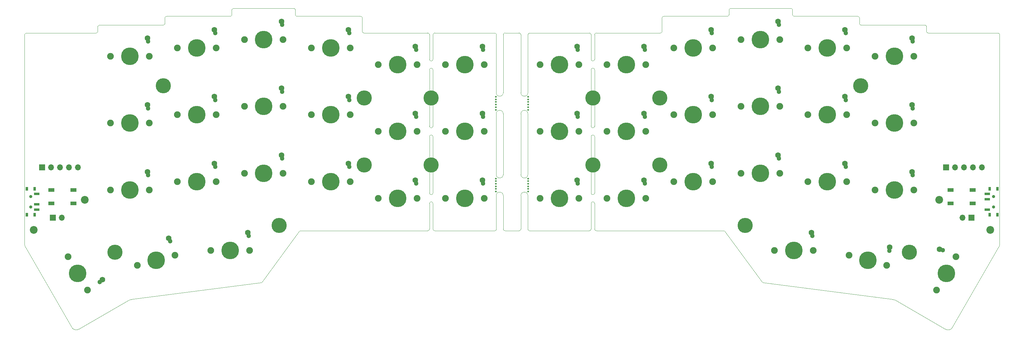
<source format=gts>
G04 #@! TF.GenerationSoftware,KiCad,Pcbnew,(6.99.0-1912-g359c99991b)*
G04 #@! TF.CreationDate,2023-07-01T16:50:16+07:00*
G04 #@! TF.ProjectId,corne_chocoflan,636f726e-655f-4636-986f-636f666c616e,2*
G04 #@! TF.SameCoordinates,Original*
G04 #@! TF.FileFunction,Soldermask,Top*
G04 #@! TF.FilePolarity,Negative*
%FSLAX46Y46*%
G04 Gerber Fmt 4.6, Leading zero omitted, Abs format (unit mm)*
G04 Created by KiCad (PCBNEW (6.99.0-1912-g359c99991b)) date 2023-07-01 16:50:16*
%MOMM*%
%LPD*%
G01*
G04 APERTURE LIST*
%ADD10C,2.200000*%
%ADD11C,4.300000*%
%ADD12R,1.700000X1.700000*%
%ADD13O,1.700000X1.700000*%
%ADD14R,1.700000X1.000000*%
%ADD15C,0.500000*%
%ADD16R,0.800000X1.000000*%
%ADD17C,0.900000*%
%ADD18R,1.500000X0.700000*%
%ADD19C,1.900000*%
%ADD20C,1.300000*%
%ADD21C,1.600000*%
%ADD22C,5.000000*%
G04 #@! TA.AperFunction,Profile*
%ADD23C,0.100000*%
G04 #@! TD*
%ADD24C,0.100000*%
%ADD25C,0.200000*%
G04 APERTURE END LIST*
D10*
X259432092Y-54485708D03*
D11*
X96332284Y-44511708D03*
X250893092Y-69366708D03*
X161170092Y-25511708D03*
X180170092Y-25511708D03*
D12*
X4994506Y-45249931D03*
D13*
X7534506Y-45249931D03*
X10074506Y-45249931D03*
X12614506Y-45249931D03*
X15154506Y-45249931D03*
D14*
X13901187Y-55499999D03*
X7601187Y-55499999D03*
X13901187Y-51699999D03*
X7601187Y-51699999D03*
D15*
X142801188Y-48400511D03*
X142801188Y-49140511D03*
X142801188Y-49880511D03*
X142801188Y-50620511D03*
X142801188Y-51360511D03*
X142801188Y-52100511D03*
D11*
X180170092Y-44511708D03*
X96332284Y-25511708D03*
D10*
X273864092Y-63006708D03*
D15*
X142801188Y-25150739D03*
X142801188Y-25890739D03*
X142801188Y-26630739D03*
X142801188Y-27370739D03*
X142801188Y-28110739D03*
X142801188Y-28850739D03*
D11*
X204327092Y-61752208D03*
D10*
X2638284Y-63006708D03*
D15*
X133701188Y-28850739D03*
X133701188Y-28110739D03*
X133701188Y-27370739D03*
X133701188Y-26630739D03*
X133701188Y-25890739D03*
X133701188Y-25150739D03*
D16*
X2831187Y-51349999D03*
X621187Y-51349999D03*
D17*
X1721188Y-53500000D03*
X1721188Y-56500000D03*
D16*
X2831187Y-58649999D03*
X621187Y-58649999D03*
D18*
X3481187Y-52749999D03*
X3481187Y-55749999D03*
X3481187Y-57249999D03*
D11*
X72175284Y-61752208D03*
D15*
X133701188Y-52100511D03*
X133701188Y-51360511D03*
X133701188Y-50620511D03*
X133701188Y-49880511D03*
X133701188Y-49140511D03*
X133701188Y-48400511D03*
D11*
X161170092Y-44511708D03*
X115332284Y-25511708D03*
X39364284Y-21997208D03*
D12*
X261347868Y-45249931D03*
D13*
X263887868Y-45249931D03*
X266427868Y-45249931D03*
X268967868Y-45249931D03*
X271507868Y-45249931D03*
D11*
X115332284Y-44511708D03*
X25609284Y-69366708D03*
D14*
X268901187Y-55499999D03*
X262601187Y-55499999D03*
X268901187Y-51699999D03*
X262601187Y-51699999D03*
D11*
X237138092Y-21997208D03*
D10*
X17070284Y-54485708D03*
D16*
X273671187Y-58649999D03*
X275881187Y-58649999D03*
D17*
X274781188Y-56500000D03*
X274781188Y-53500000D03*
D16*
X273671187Y-51349999D03*
X275881187Y-51349999D03*
D18*
X273021187Y-57249999D03*
X273021187Y-54249999D03*
X273021187Y-52749999D03*
D19*
X233168358Y-49259932D03*
D20*
X232888358Y-45059932D03*
D21*
X232668358Y-44109932D03*
D22*
X227668358Y-49259932D03*
D19*
X222168358Y-49259932D03*
X252168358Y-51634932D03*
D20*
X251888358Y-47434932D03*
D21*
X251668358Y-46484932D03*
D22*
X246668358Y-51634932D03*
D19*
X241168358Y-51634932D03*
X130334018Y-35009932D03*
D20*
X130054018Y-30809932D03*
D21*
X129834018Y-29859932D03*
D22*
X124834018Y-35009932D03*
D19*
X119334018Y-35009932D03*
X111334018Y-16009932D03*
D20*
X111054018Y-11809932D03*
D21*
X110834018Y-10859932D03*
D22*
X105834018Y-16009932D03*
D19*
X100334018Y-16009932D03*
X54334018Y-11259932D03*
D20*
X54054018Y-7059932D03*
D21*
X53834018Y-6109932D03*
D22*
X48834018Y-11259932D03*
D19*
X43334018Y-11259932D03*
X195168358Y-11259932D03*
D20*
X194888358Y-7059932D03*
D21*
X194668358Y-6109932D03*
D22*
X189668358Y-11259932D03*
D19*
X184168358Y-11259932D03*
X35334018Y-51634932D03*
D20*
X35054018Y-47434932D03*
D21*
X34834018Y-46484932D03*
D22*
X29834018Y-51634932D03*
D19*
X24334018Y-51634932D03*
X92334018Y-11259932D03*
D20*
X92054018Y-7059932D03*
D21*
X91834018Y-6109932D03*
D22*
X86834018Y-11259932D03*
D19*
X81334018Y-11259932D03*
X244480950Y-73058437D03*
D20*
X245297531Y-68929079D03*
D21*
X245330905Y-67954509D03*
D22*
X239168358Y-71634932D03*
D19*
X233855766Y-70211427D03*
X252168358Y-32634932D03*
D20*
X251888358Y-28434932D03*
D21*
X251668358Y-27484932D03*
D22*
X246668358Y-32634932D03*
D19*
X241168358Y-32634932D03*
X223668358Y-68884932D03*
D20*
X223388358Y-64684932D03*
D21*
X223168358Y-63734932D03*
D22*
X218168358Y-68884932D03*
D19*
X212668358Y-68884932D03*
X92334018Y-30259932D03*
D20*
X92054018Y-26059932D03*
D21*
X91834018Y-25109932D03*
D22*
X86834018Y-30259932D03*
D19*
X81334018Y-30259932D03*
X35334018Y-13634932D03*
D20*
X35054018Y-9434932D03*
D21*
X34834018Y-8484932D03*
D22*
X29834018Y-13634932D03*
D19*
X24334018Y-13634932D03*
X157168358Y-35009932D03*
D20*
X156888358Y-30809932D03*
D21*
X156668358Y-29859932D03*
D22*
X151668358Y-35009932D03*
D19*
X146168358Y-35009932D03*
X157168358Y-16009932D03*
D20*
X156888358Y-11809932D03*
D21*
X156668358Y-10859932D03*
D22*
X151668358Y-16009932D03*
D19*
X146168358Y-16009932D03*
X264168358Y-70621792D03*
D20*
X260391051Y-68764279D03*
D21*
X259458327Y-68479805D03*
D22*
X261418358Y-75384932D03*
D19*
X258668358Y-80148072D03*
X42646610Y-70211427D03*
D20*
X41289111Y-66227008D03*
D21*
X40830729Y-65366319D03*
D22*
X37334018Y-71634932D03*
D19*
X32021426Y-73058437D03*
X214168358Y-46884932D03*
D20*
X213888358Y-42684932D03*
D21*
X213668358Y-41734932D03*
D22*
X208668358Y-46884932D03*
D19*
X203168358Y-46884932D03*
X111334018Y-54009932D03*
D20*
X111054018Y-49809932D03*
D21*
X110834018Y-48859932D03*
D22*
X105834018Y-54009932D03*
D19*
X100334018Y-54009932D03*
D12*
X268516187Y-59499999D03*
D13*
X265976187Y-59499999D03*
D19*
X157168358Y-54009932D03*
D20*
X156888358Y-49809932D03*
D21*
X156668358Y-48859932D03*
D22*
X151668358Y-54009932D03*
D19*
X146168358Y-54009932D03*
X176168358Y-54009932D03*
D20*
X175888358Y-49809932D03*
D21*
X175668358Y-48859932D03*
D22*
X170668358Y-54009932D03*
D19*
X165168358Y-54009932D03*
X233168358Y-11259932D03*
D20*
X232888358Y-7059932D03*
D21*
X232668358Y-6109932D03*
D22*
X227668358Y-11259932D03*
D19*
X222168358Y-11259932D03*
X195168358Y-49259932D03*
D20*
X194888358Y-45059932D03*
D21*
X194668358Y-44109932D03*
D22*
X189668358Y-49259932D03*
D19*
X184168358Y-49259932D03*
X214168358Y-27884932D03*
D20*
X213888358Y-23684932D03*
D21*
X213668358Y-22734932D03*
D22*
X208668358Y-27884932D03*
D19*
X203168358Y-27884932D03*
X92334018Y-49259932D03*
D20*
X92054018Y-45059932D03*
D21*
X91834018Y-44109932D03*
D22*
X86834018Y-49259932D03*
D19*
X81334018Y-49259932D03*
X195168358Y-30259932D03*
D20*
X194888358Y-26059932D03*
D21*
X194668358Y-25109932D03*
D22*
X189668358Y-30259932D03*
D19*
X184168358Y-30259932D03*
X214168358Y-8884932D03*
D20*
X213888358Y-4684932D03*
D21*
X213668358Y-3734932D03*
D22*
X208668358Y-8884932D03*
D19*
X203168358Y-8884932D03*
X176168358Y-16009932D03*
D20*
X175888358Y-11809932D03*
D21*
X175668358Y-10859932D03*
D22*
X170668358Y-16009932D03*
D19*
X165168358Y-16009932D03*
X73334018Y-46884932D03*
D20*
X73054018Y-42684932D03*
D21*
X72834018Y-41734932D03*
D22*
X67834018Y-46884932D03*
D19*
X62334018Y-46884932D03*
X233168358Y-30259932D03*
D20*
X232888358Y-26059932D03*
D21*
X232668358Y-25109932D03*
D22*
X227668358Y-30259932D03*
D19*
X222168358Y-30259932D03*
X73334018Y-27884932D03*
D20*
X73054018Y-23684932D03*
D21*
X72834018Y-22734932D03*
D22*
X67834018Y-27884932D03*
D19*
X62334018Y-27884932D03*
X73334018Y-8884932D03*
D20*
X73054018Y-4684932D03*
D21*
X72834018Y-3734932D03*
D22*
X67834018Y-8884932D03*
D19*
X62334018Y-8884932D03*
X130334018Y-54009932D03*
D20*
X130054018Y-49809932D03*
D21*
X129834018Y-48859932D03*
D22*
X124834018Y-54009932D03*
D19*
X119334018Y-54009932D03*
D12*
X7986187Y-59499999D03*
D13*
X10526187Y-59499999D03*
D19*
X176168358Y-35009932D03*
D20*
X175888358Y-30809932D03*
D21*
X175668358Y-29859932D03*
D22*
X170668358Y-35009932D03*
D19*
X165168358Y-35009932D03*
X35334018Y-32634932D03*
D20*
X35054018Y-28434932D03*
D21*
X34834018Y-27484932D03*
D22*
X29834018Y-32634932D03*
D19*
X24334018Y-32634932D03*
X54334018Y-49259932D03*
D20*
X54054018Y-45059932D03*
D21*
X53834018Y-44109932D03*
D22*
X48834018Y-49259932D03*
D19*
X43334018Y-49259932D03*
X17834018Y-80148072D03*
D20*
X21331325Y-77805585D03*
D21*
X22044049Y-77140059D03*
D22*
X15084018Y-75384932D03*
D19*
X12334018Y-70621792D03*
X63834018Y-68884932D03*
D20*
X63554018Y-64684932D03*
D21*
X63334018Y-63734932D03*
D22*
X58334018Y-68884932D03*
D19*
X52834018Y-68884932D03*
X252168358Y-13634932D03*
D20*
X251888358Y-9434932D03*
D21*
X251668358Y-8484932D03*
D22*
X246668358Y-13634932D03*
D19*
X241168358Y-13634932D03*
X130334018Y-16009932D03*
D20*
X130054018Y-11809932D03*
D21*
X129834018Y-10859932D03*
D22*
X124834018Y-16009932D03*
D19*
X119334018Y-16009932D03*
X54334018Y-30259932D03*
D20*
X54054018Y-26059932D03*
D21*
X53834018Y-25109932D03*
D22*
X48834018Y-30259932D03*
D19*
X43334018Y-30259932D03*
X111334018Y-35009932D03*
D20*
X111054018Y-30809932D03*
D21*
X110834018Y-29859932D03*
D22*
X105834018Y-35009932D03*
D19*
X100334018Y-35009932D03*
D23*
X133249285Y-7002009D02*
X116332284Y-7002009D01*
D24*
X255750597Y-5250174D02*
X255741214Y-5149988D01*
X255702773Y-5034467D01*
X255638356Y-4933394D01*
X255551935Y-4850694D01*
X255447481Y-4790286D01*
X255328965Y-4756095D01*
X255252757Y-4749795D01*
D23*
X160670092Y-62751781D02*
X160670092Y-55502009D01*
X162170092Y-7002009D02*
X180252981Y-7002009D01*
X160170092Y-7002009D02*
X143253091Y-7002009D01*
X276502376Y-7500612D02*
X276502376Y-66974653D01*
X114832291Y-7502009D02*
G75*
G03*
X114332284Y-7002009I-499991J9D01*
G01*
X115832284Y-36502009D02*
X115832284Y-52502009D01*
D24*
X198606497Y-63398337D02*
X198520082Y-63329194D01*
X198421535Y-63281102D01*
X198314594Y-63255609D01*
X198252931Y-63251781D01*
D25*
X217253125Y-1776D02*
X217253125Y-1776D01*
D23*
X135751188Y-7502009D02*
X135751188Y-24000739D01*
X263050292Y-90783320D02*
X276276316Y-67850953D01*
D24*
X58750142Y-1750058D02*
X58739756Y-1851413D01*
X58700405Y-1967956D01*
X58635398Y-2069592D01*
X58548637Y-2152432D01*
X58444025Y-2212590D01*
X58325464Y-2246178D01*
X58249256Y-2251960D01*
X199250893Y-2250437D02*
X199352331Y-2240802D01*
X199468915Y-2202098D01*
X199570490Y-2137423D01*
X199653135Y-2050691D01*
X199712926Y-1945818D01*
X199745944Y-1826718D01*
X199751272Y-1750058D01*
X200251652Y0D02*
X200151305Y-10769D01*
X200035690Y-50475D01*
X199934676Y-115714D01*
X199852218Y-202597D01*
X199792271Y-307238D01*
X199758788Y-425749D01*
X199753048Y-501897D01*
D23*
X114832284Y-17502009D02*
X114832284Y-33502009D01*
X15380201Y-91162792D02*
X29674284Y-82901708D01*
X161670092Y-14502009D02*
X161670092Y-7502009D01*
X161670091Y-17502009D02*
G75*
G03*
X161170092Y-17002009I-499991J9D01*
G01*
D24*
X209149521Y-77855497D02*
X209235957Y-77924558D01*
X209334507Y-77972574D01*
X209441435Y-77998000D01*
X209503086Y-78001795D01*
X0Y-7500612D02*
X10005Y-7400299D01*
X49023Y-7284717D01*
X113844Y-7183721D01*
X200556Y-7101266D01*
X305246Y-7041302D01*
X424002Y-7007783D01*
X500379Y-7002009D01*
X96249395Y-7002009D02*
X96148626Y-6991871D01*
X96032633Y-6952706D01*
X95931404Y-6887721D01*
X95848890Y-6800789D01*
X95789040Y-6695784D01*
X95755806Y-6576579D01*
X95750285Y-6499853D01*
D23*
X161670119Y-62751781D02*
G75*
G03*
X162170092Y-63251781I499981J-19D01*
G01*
X160670091Y-14502009D02*
G75*
G03*
X161170092Y-15002009I500009J9D01*
G01*
X114832284Y-7502009D02*
X114832284Y-14502009D01*
D24*
X180252981Y-7002009D02*
X180353749Y-6991871D01*
X180469742Y-6952706D01*
X180570971Y-6887721D01*
X180653485Y-6800789D01*
X180713335Y-6695784D01*
X180746569Y-6576579D01*
X180752091Y-6499853D01*
X20749497Y-6501887D02*
X20739360Y-6602656D01*
X20700235Y-6718668D01*
X20635374Y-6819959D01*
X20548698Y-6902602D01*
X20444127Y-6962667D01*
X20325581Y-6996228D01*
X20249376Y-7002009D01*
D23*
X116332284Y-63251781D02*
X133249285Y-63251781D01*
D24*
X39749433Y-4251955D02*
X39739252Y-4352715D01*
X39700102Y-4468667D01*
X39635285Y-4569801D01*
X39548759Y-4652145D01*
X39444479Y-4711727D01*
X39326403Y-4744573D01*
X39250581Y-4749795D01*
D23*
X135751188Y-53250511D02*
X135751188Y-62751781D01*
D24*
X20751779Y-5250174D02*
X20761161Y-5149988D01*
X20799602Y-5034467D01*
X20864019Y-4933394D01*
X20950440Y-4850694D01*
X21054894Y-4790286D01*
X21173410Y-4756095D01*
X21249619Y-4749795D01*
X255752879Y-6501887D02*
X255763015Y-6602656D01*
X255802140Y-6718668D01*
X255867001Y-6819959D01*
X255953677Y-6902602D01*
X256058248Y-6962667D01*
X256176794Y-6996228D01*
X256253000Y-7002009D01*
D23*
X114332284Y-7002009D02*
X96249395Y-7002009D01*
X180752091Y-2750817D02*
X180752091Y-6499853D01*
D24*
X236752943Y-4251955D02*
X236763123Y-4352715D01*
X236802273Y-4468667D01*
X236867090Y-4569801D01*
X236953616Y-4652145D01*
X237057896Y-4711727D01*
X237175972Y-4744573D01*
X237251795Y-4749795D01*
X133751188Y-62750638D02*
X133741000Y-62851406D01*
X133701788Y-62967425D01*
X133636784Y-63068762D01*
X133549874Y-63151521D01*
X133444945Y-63211804D01*
X133325886Y-63245714D01*
X133249285Y-63251781D01*
D23*
X198606497Y-63398337D02*
X209149521Y-77855497D01*
D24*
X143253091Y-7002009D02*
X143152317Y-7012141D01*
X143036268Y-7051258D01*
X142934867Y-7116103D01*
X142852000Y-7202748D01*
X142791556Y-7307268D01*
X142757422Y-7425737D01*
X142751188Y-7501882D01*
D23*
X160670092Y-52502009D02*
X160670092Y-36502009D01*
X115332284Y-34001984D02*
G75*
G03*
X115832284Y-33502009I16J499984D01*
G01*
X161670092Y-36502009D02*
X161670092Y-52502009D01*
X140751188Y-53250511D02*
X140751188Y-62751781D01*
X246828092Y-82901708D02*
X261122175Y-91162792D01*
X67352855Y-77855497D02*
X77895879Y-63398337D01*
X161170092Y-34001992D02*
G75*
G03*
X161670092Y-33502009I8J499992D01*
G01*
D24*
X261122175Y-91162792D02*
X261243752Y-91236101D01*
X261369682Y-91295626D01*
X261498999Y-91341548D01*
X261630743Y-91374049D01*
X261763948Y-91393309D01*
X261897653Y-91399512D01*
X262030894Y-91392838D01*
X262162708Y-91373470D01*
X262292133Y-91341588D01*
X262418204Y-91297376D01*
X262539960Y-91241013D01*
X262656436Y-91172683D01*
X262766671Y-91092567D01*
X262869700Y-91000847D01*
X262964561Y-90897704D01*
X263050292Y-90783320D01*
D23*
X160670091Y-33502009D02*
G75*
G03*
X161170092Y-34002009I500009J9D01*
G01*
D24*
X67352855Y-77855497D02*
X67266418Y-77924558D01*
X67167868Y-77972574D01*
X67060940Y-77998000D01*
X66999290Y-78001795D01*
D23*
X133751188Y-30000739D02*
X133751188Y-47250511D01*
X161670091Y-36502009D02*
G75*
G03*
X161170092Y-36002009I-499991J9D01*
G01*
X20249376Y-7002009D02*
X500379Y-7002009D01*
X114832291Y-52502009D02*
G75*
G03*
X115332284Y-53002009I500009J9D01*
G01*
X160170092Y-63251792D02*
G75*
G03*
X160670092Y-62751781I8J499992D01*
G01*
X140751188Y-47250511D02*
X140751188Y-30000739D01*
X142751188Y-47250511D02*
X142751188Y-30000739D01*
X39250581Y-4749795D02*
X21249619Y-4749795D01*
D25*
X59249251Y-1776D02*
X59249251Y-1776D01*
D23*
X114832291Y-33502009D02*
G75*
G03*
X115332284Y-34002009I500009J9D01*
G01*
X160670092Y-17502009D02*
X160670092Y-33502009D01*
X115332284Y-53001984D02*
G75*
G03*
X115832284Y-52502009I16J499984D01*
G01*
X161170092Y-15001992D02*
G75*
G03*
X161670092Y-14502009I8J499992D01*
G01*
X217752234Y-1750058D02*
X217752234Y-500379D01*
X162170092Y-63251781D02*
X198252931Y-63251781D01*
D24*
X39750961Y-2750817D02*
X39760633Y-2650421D01*
X39799327Y-2534763D01*
X39863888Y-2433720D01*
X39950358Y-2351237D01*
X40054777Y-2291259D01*
X40173189Y-2257735D01*
X40249306Y-2251960D01*
X95249400Y-2250437D02*
X95350133Y-2261114D01*
X95466114Y-2300699D01*
X95567417Y-2365788D01*
X95650140Y-2452468D01*
X95710384Y-2556828D01*
X95744249Y-2674957D01*
X95750285Y-2750817D01*
X217752234Y-1750058D02*
X217762619Y-1851413D01*
X217801970Y-1967956D01*
X217866977Y-2069592D01*
X217953738Y-2152432D01*
X218058350Y-2212590D01*
X218176911Y-2246178D01*
X218253120Y-2251960D01*
D23*
X115832284Y-33502009D02*
X115832284Y-17502009D01*
X58750142Y-500379D02*
X58750142Y-1750058D01*
X209503086Y-78001795D02*
X246173536Y-82772168D01*
X162170092Y-7001992D02*
G75*
G03*
X161670092Y-7502009I8J-500008D01*
G01*
X160670091Y-52502009D02*
G75*
G03*
X161170092Y-53002009I500009J9D01*
G01*
D24*
X77251483Y-2250437D02*
X77150044Y-2240802D01*
X77033460Y-2202098D01*
X76931885Y-2137423D01*
X76849240Y-2050691D01*
X76789449Y-1945818D01*
X76756431Y-1826718D01*
X76751104Y-1750058D01*
D23*
X161170092Y-53001992D02*
G75*
G03*
X161670092Y-52502009I8J499992D01*
G01*
X199753048Y-501897D02*
X199751272Y-1750058D01*
X95249400Y-2250437D02*
X77251483Y-2250437D01*
X115332284Y-15001984D02*
G75*
G03*
X115832284Y-14502009I16J499984D01*
G01*
X39750961Y-2750817D02*
X39749433Y-4251955D01*
X20749497Y-6501887D02*
X20751779Y-5250174D01*
X115832291Y-55502009D02*
G75*
G03*
X115332284Y-55002009I-499991J9D01*
G01*
D24*
X15380201Y-91162792D02*
X15258623Y-91236101D01*
X15132693Y-91295626D01*
X15003376Y-91341548D01*
X14871632Y-91374049D01*
X14738427Y-91393309D01*
X14604722Y-91399512D01*
X14471481Y-91392838D01*
X14339667Y-91373470D01*
X14210242Y-91341588D01*
X14084171Y-91297376D01*
X13962415Y-91241013D01*
X13845939Y-91172683D01*
X13735704Y-91092567D01*
X13632675Y-91000847D01*
X13537814Y-90897704D01*
X13452084Y-90783320D01*
D23*
X136251188Y-7001988D02*
G75*
G03*
X135751188Y-7502009I12J-500012D01*
G01*
X160670092Y-7502009D02*
X160670092Y-14502009D01*
D24*
X217752234Y-500379D02*
X217742351Y-400108D01*
X217703436Y-284514D01*
X217638661Y-183407D01*
X217551941Y-100710D01*
X217447190Y-40344D01*
X217328323Y-6233D01*
X217251855Y0D01*
X276502376Y-7500612D02*
X276492370Y-7400299D01*
X276453352Y-7284717D01*
X276388531Y-7183721D01*
X276301819Y-7101266D01*
X276197129Y-7041302D01*
X276078373Y-7007783D01*
X276001997Y-7002009D01*
D23*
X142751188Y-7501882D02*
X142751188Y-24000739D01*
X115832284Y-55502009D02*
X115832284Y-62751781D01*
X140251188Y-7002009D02*
X136251188Y-7002009D01*
D24*
X181252976Y-2250437D02*
X181152242Y-2261114D01*
X181036261Y-2300699D01*
X180934958Y-2365788D01*
X180852235Y-2452468D01*
X180791991Y-2556828D01*
X180758126Y-2674957D01*
X180752091Y-2750817D01*
D23*
X140251188Y-63251781D02*
X136251188Y-63251781D01*
D24*
X226060Y-67850953D02*
X172453Y-67749381D01*
X125872Y-67644879D01*
X86424Y-67537774D01*
X54220Y-67428392D01*
X29366Y-67317063D01*
X11973Y-67204111D01*
X2148Y-67089865D01*
X0Y-66974653D01*
D23*
X115332284Y-17001984D02*
G75*
G03*
X114832284Y-17502009I16J-500016D01*
G01*
X161170092Y-55001992D02*
G75*
G03*
X160670092Y-55502009I8J-500008D01*
G01*
D24*
X58750142Y-500379D02*
X58760024Y-400108D01*
X58798939Y-284514D01*
X58863714Y-183407D01*
X58950434Y-100710D01*
X59055185Y-40344D01*
X59174052Y-6233D01*
X59250521Y0D01*
D23*
X142751188Y-53250511D02*
X142751188Y-62750638D01*
X114332284Y-63251781D02*
X78249445Y-63251781D01*
X30328840Y-82772168D02*
X66999290Y-78001795D01*
X217251855Y0D02*
X200251652Y0D01*
X236752943Y-4251955D02*
X236751415Y-2750817D01*
X115832291Y-36502009D02*
G75*
G03*
X115332284Y-36002009I-499991J9D01*
G01*
X114832291Y-14502009D02*
G75*
G03*
X115332284Y-15002009I500009J9D01*
G01*
X133751188Y-62750638D02*
X133751188Y-53250511D01*
X95750285Y-6499853D02*
X95750285Y-2750817D01*
X114332284Y-63251784D02*
G75*
G03*
X114832284Y-62751781I16J499984D01*
G01*
X76250724Y0D02*
X59250521Y0D01*
X114832284Y-62751781D02*
X114832284Y-55502009D01*
D24*
X76250724Y0D02*
X76351070Y-10769D01*
X76466685Y-50475D01*
X76567699Y-115714D01*
X76650157Y-202597D01*
X76710104Y-307238D01*
X76743587Y-425749D01*
X76749328Y-501897D01*
D23*
X255252757Y-4749795D02*
X237251795Y-4749795D01*
X115332284Y-36001984D02*
G75*
G03*
X114832284Y-36502009I16J-500016D01*
G01*
X161170092Y-17001992D02*
G75*
G03*
X160670092Y-17502009I8J-500008D01*
G01*
D24*
X29674284Y-82901708D02*
X29774742Y-82873044D01*
X29875978Y-82847480D01*
X29977921Y-82825028D01*
X30080498Y-82805703D01*
X30183637Y-82789520D01*
X30287267Y-82776492D01*
X30328840Y-82772168D01*
D23*
X255750597Y-5250174D02*
X255752879Y-6501887D01*
X226060Y-67850953D02*
X13452084Y-90783320D01*
D24*
X133249285Y-7002009D02*
X133350058Y-7012141D01*
X133466107Y-7051258D01*
X133567508Y-7116103D01*
X133650375Y-7202748D01*
X133710819Y-7307268D01*
X133744953Y-7425737D01*
X133751188Y-7501882D01*
D23*
X133751188Y-24000739D02*
X133751188Y-7501882D01*
X40249306Y-2251960D02*
X58249256Y-2251960D01*
X115832291Y-17502009D02*
G75*
G03*
X115332284Y-17002009I-499991J9D01*
G01*
X115332284Y-55001984D02*
G75*
G03*
X114832284Y-55502009I16J-500016D01*
G01*
X140751191Y-7502009D02*
G75*
G03*
X140251188Y-7002009I-499991J9D01*
G01*
X115832284Y-14502009D02*
X115832284Y-7502009D01*
X135751188Y-47250511D02*
X135751188Y-30000739D01*
X114832284Y-52502009D02*
X114832284Y-36502009D01*
X76751104Y-1750058D02*
X76749328Y-501897D01*
X161670092Y-33502009D02*
X161670092Y-17502009D01*
D24*
X142751188Y-62750638D02*
X142761375Y-62851406D01*
X142800587Y-62967425D01*
X142865591Y-63068762D01*
X142952501Y-63151521D01*
X143057430Y-63211804D01*
X143176489Y-63245714D01*
X143253091Y-63251781D01*
D23*
X140751188Y-24000739D02*
X140751188Y-7502009D01*
X161170092Y-36001992D02*
G75*
G03*
X160670092Y-36502009I8J-500008D01*
G01*
X116332284Y-7001984D02*
G75*
G03*
X115832284Y-7502009I16J-500016D01*
G01*
X160670091Y-7502009D02*
G75*
G03*
X160170092Y-7002009I-499991J9D01*
G01*
X161670092Y-55502009D02*
X161670092Y-62751781D01*
X115832319Y-62751781D02*
G75*
G03*
X116332284Y-63251781I499981J-19D01*
G01*
X161670091Y-55502009D02*
G75*
G03*
X161170092Y-55002009I-499991J9D01*
G01*
X0Y-66974653D02*
X0Y-7500612D01*
D24*
X236751415Y-2750817D02*
X236741742Y-2650421D01*
X236703048Y-2534763D01*
X236638487Y-2433720D01*
X236552017Y-2351237D01*
X236447598Y-2291259D01*
X236329186Y-2257735D01*
X236253070Y-2251960D01*
D23*
X135751219Y-62751781D02*
G75*
G03*
X136251188Y-63251781I499981J-19D01*
G01*
D24*
X246828092Y-82901708D02*
X246727633Y-82873044D01*
X246626397Y-82847480D01*
X246524454Y-82825028D01*
X246421877Y-82805703D01*
X246318738Y-82789520D01*
X246215108Y-82776492D01*
X246173536Y-82772168D01*
D23*
X199250893Y-2250437D02*
X181252976Y-2250437D01*
D24*
X276276316Y-67850953D02*
X276329922Y-67749381D01*
X276376503Y-67644879D01*
X276415951Y-67537774D01*
X276448155Y-67428392D01*
X276473009Y-67317063D01*
X276490402Y-67204111D01*
X276500227Y-67089865D01*
X276502376Y-66974653D01*
D23*
X140251188Y-63251788D02*
G75*
G03*
X140751188Y-62751781I12J499988D01*
G01*
X276001997Y-7002009D02*
X256253000Y-7002009D01*
X143253091Y-63251781D02*
X160170092Y-63251781D01*
D24*
X77895879Y-63398337D02*
X77982293Y-63329194D01*
X78080840Y-63281102D01*
X78187781Y-63255609D01*
X78249445Y-63251781D01*
D23*
X218253120Y-2251960D02*
X236253070Y-2251960D01*
X142751188Y-53250511D02*
G75*
G03*
X140751188Y-53250511I-1000000J0D01*
G01*
X140751188Y-47250511D02*
G75*
G03*
X142751188Y-47250511I1000000J0D01*
G01*
X142751188Y-30000739D02*
G75*
G03*
X140751188Y-30000739I-1000000J0D01*
G01*
X140751188Y-24000739D02*
G75*
G03*
X142751188Y-24000739I1000000J0D01*
G01*
X133751188Y-24000739D02*
G75*
G03*
X135751188Y-24000739I1000000J0D01*
G01*
X135751188Y-30000739D02*
G75*
G03*
X133751188Y-30000739I-1000000J0D01*
G01*
X133751188Y-47250511D02*
G75*
G03*
X135751188Y-47250511I1000000J0D01*
G01*
X135751188Y-53250511D02*
G75*
G03*
X133751188Y-53250511I-1000000J0D01*
G01*
M02*

</source>
